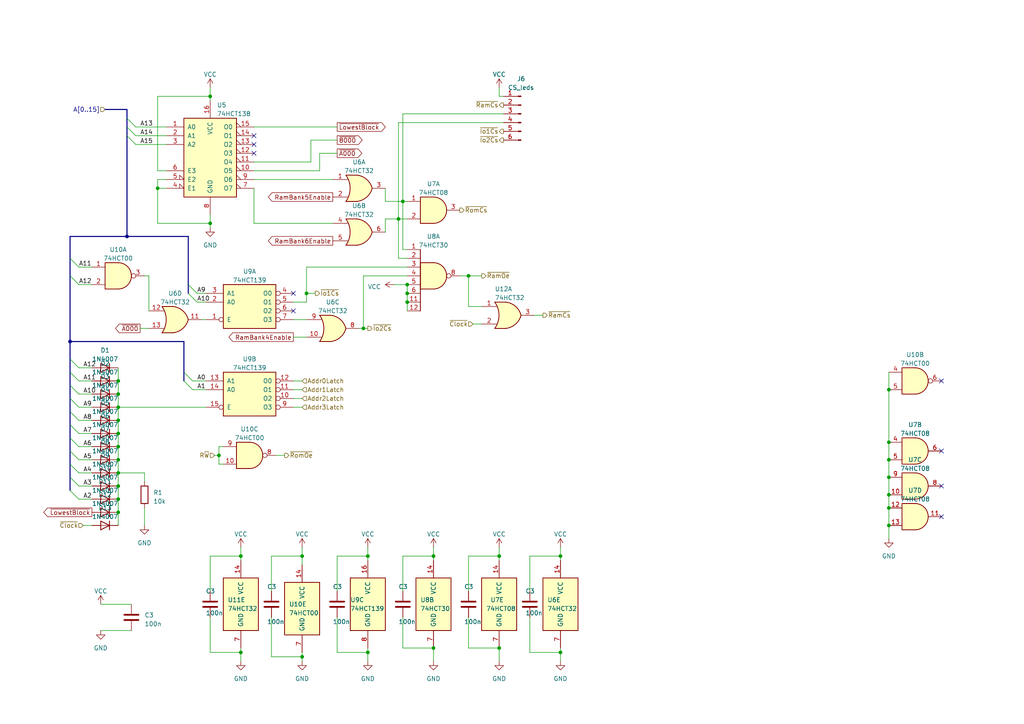
<source format=kicad_sch>
(kicad_sch (version 20230121) (generator eeschema)
  (paper "A4")
  (lib_symbols
    (symbol "74xx:74LS00" (pin_names (offset 1.016))
      (property "Reference" "U" (at 0 1.27 0))
      (property "Value" "74LS00" (at 0 -1.27 0))
      (symbol "74LS00_1_1"
        (pin input line (at -7.62 2.54 0) (length 3.81) (name "~") (number "1"))
        (pin input line (at -7.62 -2.54 0) (length 3.81) (name "~") (number "2"))
        (pin output inverted (at 7.62 0 180) (length 3.81) (name "~") (number "3"))
      )
      (symbol "74LS00_1_2"
        (pin input inverted (at -7.62 2.54 0) (length 4.318) (name "~") (number "1"))
        (pin input inverted (at -7.62 -2.54 0) (length 4.318) (name "~") (number "2"))
        (pin output line (at 7.62 0 180) (length 3.81) (name "~") (number "3"))
      )
      (symbol "74LS00_2_1"
        (pin input line (at -7.62 2.54 0) (length 3.81) (name "~") (number "4"))
        (pin input line (at -7.62 -2.54 0) (length 3.81) (name "~") (number "5"))
        (pin output inverted (at 7.62 0 180) (length 3.81) (name "~") (number "6"))
      )
      (symbol "74LS00_2_2"
        (pin input inverted (at -7.62 2.54 0) (length 4.318) (name "~") (number "4"))
        (pin input inverted (at -7.62 -2.54 0) (length 4.318) (name "~") (number "5"))
        (pin output line (at 7.62 0 180) (length 3.81) (name "~") (number "6"))
      )
      (symbol "74LS00_3_1"
        (pin input line (at -7.62 -2.54 0) (length 3.81) (name "~") (number "10"))
        (pin output inverted (at 7.62 0 180) (length 3.81) (name "~") (number "8"))
        (pin input line (at -7.62 2.54 0) (length 3.81) (name "~") (number "9"))
      )
      (symbol "74LS00_3_2"
        (pin input inverted (at -7.62 -2.54 0) (length 4.318) (name "~") (number "10"))
        (pin output line (at 7.62 0 180) (length 3.81) (name "~") (number "8"))
        (pin input inverted (at -7.62 2.54 0) (length 4.318) (name "~") (number "9"))
      )
      (symbol "74LS00_4_1"
        (pin output inverted (at 7.62 0 180) (length 3.81) (name "~") (number "11"))
        (pin input line (at -7.62 2.54 0) (length 3.81) (name "~") (number "12"))
        (pin input line (at -7.62 -2.54 0) (length 3.81) (name "~") (number "13"))
      )
      (symbol "74LS00_4_2"
        (pin output line (at 7.62 0 180) (length 3.81) (name "~") (number "11"))
        (pin input inverted (at -7.62 2.54 0) (length 4.318) (name "~") (number "12"))
        (pin input inverted (at -7.62 -2.54 0) (length 4.318) (name "~") (number "13"))
      )
      (symbol "74LS00_5_0"
        (pin power_in line (at 0 12.7 270) (length 5.08) (name "VCC") (number "14"))
        (pin power_in line (at 0 -12.7 90) (length 5.08) (name "GND") (number "7"))
      )
    )
    (symbol "74xx:74LS08" (pin_names (offset 1.016))
      (property "Reference" "U" (at 0 1.27 0))
      (property "Value" "74LS08" (at 0 -1.27 0))
      (symbol "74LS08_1_1"
        (pin input line (at -7.62 2.54 0) (length 3.81) (name "~") (number "1"))
        (pin input line (at -7.62 -2.54 0) (length 3.81) (name "~") (number "2"))
        (pin output line (at 7.62 0 180) (length 3.81) (name "~") (number "3"))
      )
      (symbol "74LS08_1_2"
        (pin input inverted (at -7.62 2.54 0) (length 4.318) (name "~") (number "1"))
        (pin input inverted (at -7.62 -2.54 0) (length 4.318) (name "~") (number "2"))
        (pin output inverted (at 7.62 0 180) (length 3.81) (name "~") (number "3"))
      )
      (symbol "74LS08_2_1"
        (pin input line (at -7.62 2.54 0) (length 3.81) (name "~") (number "4"))
        (pin input line (at -7.62 -2.54 0) (length 3.81) (name "~") (number "5"))
        (pin output line (at 7.62 0 180) (length 3.81) (name "~") (number "6"))
      )
      (symbol "74LS08_2_2"
        (pin input inverted (at -7.62 2.54 0) (length 4.318) (name "~") (number "4"))
        (pin input inverted (at -7.62 -2.54 0) (length 4.318) (name "~") (number "5"))
        (pin output inverted (at 7.62 0 180) (length 3.81) (name "~") (number "6"))
      )
      (symbol "74LS08_3_1"
        (pin input line (at -7.62 -2.54 0) (length 3.81) (name "~") (number "10"))
        (pin output line (at 7.62 0 180) (length 3.81) (name "~") (number "8"))
        (pin input line (at -7.62 2.54 0) (length 3.81) (name "~") (number "9"))
      )
      (symbol "74LS08_3_2"
        (pin input inverted (at -7.62 -2.54 0) (length 4.318) (name "~") (number "10"))
        (pin output inverted (at 7.62 0 180) (length 3.81) (name "~") (number "8"))
        (pin input inverted (at -7.62 2.54 0) (length 4.318) (name "~") (number "9"))
      )
      (symbol "74LS08_4_1"
        (pin output line (at 7.62 0 180) (length 3.81) (name "~") (number "11"))
        (pin input line (at -7.62 2.54 0) (length 3.81) (name "~") (number "12"))
        (pin input line (at -7.62 -2.54 0) (length 3.81) (name "~") (number "13"))
      )
      (symbol "74LS08_4_2"
        (pin output inverted (at 7.62 0 180) (length 3.81) (name "~") (number "11"))
        (pin input inverted (at -7.62 2.54 0) (length 4.318) (name "~") (number "12"))
        (pin input inverted (at -7.62 -2.54 0) (length 4.318) (name "~") (number "13"))
      )
      (symbol "74LS08_5_0"
        (pin power_in line (at 0 12.7 270) (length 5.08) (name "VCC") (number "14"))
        (pin power_in line (at 0 -12.7 90) (length 5.08) (name "GND") (number "7"))
      )
    )
    (symbol "74xx:74LS138" (pin_names (offset 1.016))
      (property "Reference" "U" (at -7.62 11.43 0))
      (property "Value" "74LS138" (at -7.62 -13.97 0))
      (symbol "74LS138_1_0"
        (pin input line (at -12.7 7.62 0) (length 5.08) (name "A0") (number "1"))
        (pin output output_low (at 12.7 -5.08 180) (length 5.08) (name "O5") (number "10"))
        (pin output output_low (at 12.7 -2.54 180) (length 5.08) (name "O4") (number "11"))
        (pin output output_low (at 12.7 0 180) (length 5.08) (name "O3") (number "12"))
        (pin output output_low (at 12.7 2.54 180) (length 5.08) (name "O2") (number "13"))
        (pin output output_low (at 12.7 5.08 180) (length 5.08) (name "O1") (number "14"))
        (pin output output_low (at 12.7 7.62 180) (length 5.08) (name "O0") (number "15"))
        (pin power_in line (at 0 15.24 270) (length 5.08) (name "VCC") (number "16"))
        (pin input line (at -12.7 5.08 0) (length 5.08) (name "A1") (number "2"))
        (pin input line (at -12.7 2.54 0) (length 5.08) (name "A2") (number "3"))
        (pin input input_low (at -12.7 -10.16 0) (length 5.08) (name "E1") (number "4"))
        (pin input input_low (at -12.7 -7.62 0) (length 5.08) (name "E2") (number "5"))
        (pin input line (at -12.7 -5.08 0) (length 5.08) (name "E3") (number "6"))
        (pin output output_low (at 12.7 -10.16 180) (length 5.08) (name "O7") (number "7"))
        (pin power_in line (at 0 -17.78 90) (length 5.08) (name "GND") (number "8"))
        (pin output output_low (at 12.7 -7.62 180) (length 5.08) (name "O6") (number "9"))
      )
    )
    (symbol "74xx:74LS139" (pin_names (offset 1.016))
      (property "Reference" "U" (at -7.62 8.89 0))
      (property "Value" "74LS139" (at -7.62 -8.89 0))
      (symbol "74LS139_1_0"
        (pin input inverted (at -12.7 -5.08 0) (length 5.08) (name "E") (number "1"))
        (pin input line (at -12.7 0 0) (length 5.08) (name "A0") (number "2"))
        (pin input line (at -12.7 2.54 0) (length 5.08) (name "A1") (number "3"))
        (pin output inverted (at 12.7 2.54 180) (length 5.08) (name "O0") (number "4"))
        (pin output inverted (at 12.7 0 180) (length 5.08) (name "O1") (number "5"))
        (pin output inverted (at 12.7 -2.54 180) (length 5.08) (name "O2") (number "6"))
        (pin output inverted (at 12.7 -5.08 180) (length 5.08) (name "O3") (number "7"))
      )
      (symbol "74LS139_2_0"
        (pin output inverted (at 12.7 -2.54 180) (length 5.08) (name "O2") (number "10"))
        (pin output inverted (at 12.7 0 180) (length 5.08) (name "O1") (number "11"))
        (pin output inverted (at 12.7 2.54 180) (length 5.08) (name "O0") (number "12"))
        (pin input line (at -12.7 2.54 0) (length 5.08) (name "A1") (number "13"))
        (pin input line (at -12.7 0 0) (length 5.08) (name "A0") (number "14"))
        (pin input inverted (at -12.7 -5.08 0) (length 5.08) (name "E") (number "15"))
        (pin output inverted (at 12.7 -5.08 180) (length 5.08) (name "O3") (number "9"))
      )
      (symbol "74LS139_3_0"
        (pin power_in line (at 0 12.7 270) (length 5.08) (name "VCC") (number "16"))
        (pin power_in line (at 0 -12.7 90) (length 5.08) (name "GND") (number "8"))
      )
    )
    (symbol "74xx:74LS30" (pin_names (offset 1.016))
      (property "Reference" "U" (at 0 1.27 0))
      (property "Value" "74LS30" (at 0 -1.27 0))
      (symbol "74LS30_1_1"
        (pin input line (at -7.62 7.62 0) (length 3.81) (name "~") (number "1"))
        (pin input line (at -7.62 -7.62 0) (length 3.81) (name "~") (number "11"))
        (pin input line (at -7.62 -10.16 0) (length 3.81) (name "~") (number "12"))
        (pin input line (at -7.62 5.08 0) (length 3.81) (name "~") (number "2"))
        (pin input line (at -7.62 2.54 0) (length 3.81) (name "~") (number "3"))
        (pin input line (at -7.62 0 0) (length 3.81) (name "~") (number "4"))
        (pin input line (at -7.62 -2.54 0) (length 3.81) (name "~") (number "5"))
        (pin input line (at -7.62 -5.08 0) (length 3.81) (name "~") (number "6"))
        (pin output inverted (at 7.62 0 180) (length 3.81) (name "~") (number "8"))
      )
      (symbol "74LS30_1_2"
        (pin input inverted (at -7.62 7.62 0) (length 3.81) (name "~") (number "1"))
        (pin input inverted (at -7.62 -7.62 0) (length 3.81) (name "~") (number "11"))
        (pin input inverted (at -7.62 -10.16 0) (length 3.81) (name "~") (number "12"))
        (pin input inverted (at -7.62 5.08 0) (length 3.81) (name "~") (number "2"))
        (pin input inverted (at -7.62 2.54 0) (length 4.5466) (name "~") (number "3"))
        (pin input inverted (at -7.62 0 0) (length 5.08) (name "~") (number "4"))
        (pin input inverted (at -7.62 -2.54 0) (length 4.5466) (name "~") (number "5"))
        (pin input inverted (at -7.62 -5.08 0) (length 3.81) (name "~") (number "6"))
        (pin output line (at 7.62 0 180) (length 3.81) (name "~") (number "8"))
      )
      (symbol "74LS30_2_0"
        (pin power_in line (at 0 12.7 270) (length 5.08) (name "VCC") (number "14"))
        (pin power_in line (at 0 -12.7 90) (length 5.08) (name "GND") (number "7"))
      )
    )
    (symbol "74xx:74LS32" (pin_names (offset 1.016))
      (property "Reference" "U" (at 0 1.27 0))
      (property "Value" "74LS32" (at 0 -1.27 0))
      (symbol "74LS32_1_1"
        (pin input line (at -7.62 2.54 0) (length 4.318) (name "~") (number "1"))
        (pin input line (at -7.62 -2.54 0) (length 4.318) (name "~") (number "2"))
        (pin output line (at 7.62 0 180) (length 3.81) (name "~") (number "3"))
      )
      (symbol "74LS32_1_2"
        (pin input inverted (at -7.62 2.54 0) (length 3.81) (name "~") (number "1"))
        (pin input inverted (at -7.62 -2.54 0) (length 3.81) (name "~") (number "2"))
        (pin output inverted (at 7.62 0 180) (length 3.81) (name "~") (number "3"))
      )
      (symbol "74LS32_2_1"
        (pin input line (at -7.62 2.54 0) (length 4.318) (name "~") (number "4"))
        (pin input line (at -7.62 -2.54 0) (length 4.318) (name "~") (number "5"))
        (pin output line (at 7.62 0 180) (length 3.81) (name "~") (number "6"))
      )
      (symbol "74LS32_2_2"
        (pin input inverted (at -7.62 2.54 0) (length 3.81) (name "~") (number "4"))
        (pin input inverted (at -7.62 -2.54 0) (length 3.81) (name "~") (number "5"))
        (pin output inverted (at 7.62 0 180) (length 3.81) (name "~") (number "6"))
      )
      (symbol "74LS32_3_1"
        (pin input line (at -7.62 -2.54 0) (length 4.318) (name "~") (number "10"))
        (pin output line (at 7.62 0 180) (length 3.81) (name "~") (number "8"))
        (pin input line (at -7.62 2.54 0) (length 4.318) (name "~") (number "9"))
      )
      (symbol "74LS32_3_2"
        (pin input inverted (at -7.62 -2.54 0) (length 3.81) (name "~") (number "10"))
        (pin output inverted (at 7.62 0 180) (length 3.81) (name "~") (number "8"))
        (pin input inverted (at -7.62 2.54 0) (length 3.81) (name "~") (number "9"))
      )
      (symbol "74LS32_4_1"
        (pin output line (at 7.62 0 180) (length 3.81) (name "~") (number "11"))
        (pin input line (at -7.62 2.54 0) (length 4.318) (name "~") (number "12"))
        (pin input line (at -7.62 -2.54 0) (length 4.318) (name "~") (number "13"))
      )
      (symbol "74LS32_4_2"
        (pin output inverted (at 7.62 0 180) (length 3.81) (name "~") (number "11"))
        (pin input inverted (at -7.62 2.54 0) (length 3.81) (name "~") (number "12"))
        (pin input inverted (at -7.62 -2.54 0) (length 3.81) (name "~") (number "13"))
      )
      (symbol "74LS32_5_0"
        (pin power_in line (at 0 12.7 270) (length 5.08) (name "VCC") (number "14"))
        (pin power_in line (at 0 -12.7 90) (length 5.08) (name "GND") (number "7"))
      )
    )
    (symbol "Connector:Conn_01x06_Pin" (pin_names (offset 1.016) hide)
      (property "Reference" "J" (at 0 7.62 0))
      (property "Value" "Conn_01x06_Pin" (at 0 -10.16 0))
      (symbol "Conn_01x06_Pin_1_1"
        (pin passive line (at 5.08 5.08 180) (length 3.81) (name "Pin_1") (number "1"))
        (pin passive line (at 5.08 2.54 180) (length 3.81) (name "Pin_2") (number "2"))
        (pin passive line (at 5.08 0 180) (length 3.81) (name "Pin_3") (number "3"))
        (pin passive line (at 5.08 -2.54 180) (length 3.81) (name "Pin_4") (number "4"))
        (pin passive line (at 5.08 -5.08 180) (length 3.81) (name "Pin_5") (number "5"))
        (pin passive line (at 5.08 -7.62 180) (length 3.81) (name "Pin_6") (number "6"))
      )
    )
    (symbol "Device:C" (pin_numbers hide) (pin_names (offset 0.254))
      (property "Reference" "C" (at 0.635 2.54 0))
      (property "Value" "C" (at 0.635 -2.54 0))
      (symbol "C_1_1"
        (pin passive line (at 0 3.81 270) (length 2.794) (name "~") (number "1"))
        (pin passive line (at 0 -3.81 90) (length 2.794) (name "~") (number "2"))
      )
    )
    (symbol "Device:D" (pin_numbers hide) (pin_names (offset 1.016) hide)
      (property "Reference" "D" (at 0 2.54 0))
      (property "Value" "D" (at 0 -2.54 0))
      (symbol "D_1_1"
        (pin passive line (at -3.81 0 0) (length 2.54) (name "K") (number "1"))
        (pin passive line (at 3.81 0 180) (length 2.54) (name "A") (number "2"))
      )
    )
    (symbol "Device:R" (pin_numbers hide) (pin_names (offset 0))
      (property "Reference" "R" (at 2.032 0 90))
      (property "Value" "R" (at 0 0 90))
      (symbol "R_1_1"
        (pin passive line (at 0 3.81 270) (length 1.27) (name "~") (number "1"))
        (pin passive line (at 0 -3.81 90) (length 1.27) (name "~") (number "2"))
      )
    )
    (symbol "power:GND" (power) (pin_names (offset 0))
      (property "Value" "GND" (at 0 -3.81 0))
      (symbol "GND_1_1"
        (pin power_in line (at 0 0 270) (length 0) hide (name "GND") (number "1"))
      )
    )
    (symbol "power:VCC" (power) (pin_names (offset 0))
      (property "Value" "VCC" (at 0 3.81 0))
      (symbol "VCC_1_1"
        (pin power_in line (at 0 0 90) (length 0) hide (name "VCC") (number "1"))
      )
    )
  )
  (junction (at 125.73 161.29))
  (junction (at 257.81 147.32))
  (junction (at 144.78 161.29))
  (junction (at 144.78 187.96))
  (junction (at 34.29 121.92))
  (junction (at 88.9 85.09))
  (junction (at 34.29 125.73))
  (junction (at 125.73 187.96))
  (junction (at 34.29 118.11))
  (junction (at 118.11 87.63))
  (junction (at 34.29 148.59))
  (junction (at 34.29 144.78))
  (junction (at 87.63 161.29))
  (junction (at 106.68 161.29))
  (junction (at 87.63 190.5))
  (junction (at 257.81 113.03))
  (junction (at 257.81 138.43))
  (junction (at 257.81 143.51))
  (junction (at 116.84 58.42))
  (junction (at 34.29 137.16))
  (junction (at 34.29 129.54))
  (junction (at 106.68 189.23))
  (junction (at 162.56 189.23))
  (junction (at 257.81 128.27))
  (junction (at 34.29 110.49))
  (junction (at 105.41 95.25))
  (junction (at 34.29 114.3))
  (junction (at 257.81 133.35))
  (junction (at 36.83 68.58))
  (junction (at 135.89 80.01))
  (junction (at 257.81 152.4))
  (junction (at 45.72 54.61))
  (junction (at 69.85 161.29))
  (junction (at 69.85 189.23))
  (junction (at 60.96 27.94))
  (junction (at 118.11 85.09))
  (junction (at 34.29 140.97))
  (junction (at 162.56 161.29))
  (junction (at 60.96 64.77))
  (junction (at 20.32 99.06))
  (junction (at 118.11 82.55))
  (junction (at 63.5 132.08))
  (junction (at 115.57 63.5))
  (junction (at 34.29 133.35))
  (no_connect (at 85.09 85.09))
  (no_connect (at 73.66 41.91))
  (no_connect (at 73.66 44.45))
  (no_connect (at 85.09 90.17))
  (no_connect (at 273.05 130.81))
  (no_connect (at 273.05 110.49))
  (no_connect (at 73.66 39.37))
  (no_connect (at 273.05 140.97))
  (no_connect (at 273.05 149.86))
  (bus_entry (at 36.83 34.29) (size 2.54 2.54))
  (bus_entry (at 54.61 85.09) (size 2.54 2.54))
  (bus_entry (at 20.32 119.38) (size 2.54 2.54))
  (bus_entry (at 36.83 39.37) (size 2.54 2.54))
  (bus_entry (at 20.32 111.76) (size 2.54 2.54))
  (bus_entry (at 20.32 74.93) (size 2.54 2.54))
  (bus_entry (at 36.83 36.83) (size 2.54 2.54))
  (bus_entry (at 54.61 82.55) (size 2.54 2.54))
  (bus_entry (at 20.32 138.43) (size 2.54 2.54))
  (bus_entry (at 20.32 130.81) (size 2.54 2.54))
  (bus_entry (at 20.32 107.95) (size 2.54 2.54))
  (bus_entry (at 20.32 104.14) (size 2.54 2.54))
  (bus_entry (at 20.32 80.01) (size 2.54 2.54))
  (bus_entry (at 20.32 134.62) (size 2.54 2.54))
  (bus_entry (at 53.34 110.49) (size 2.54 2.54))
  (bus_entry (at 20.32 123.19) (size 2.54 2.54))
  (bus_entry (at 20.32 127) (size 2.54 2.54))
  (bus_entry (at 20.32 142.24) (size 2.54 2.54))
  (bus_entry (at 20.32 115.57) (size 2.54 2.54))
  (bus_entry (at 53.34 107.95) (size 2.54 2.54))
  (wire (pts (xy 118.11 87.63) (xy 118.11 90.17)))
  (wire (pts (xy 69.85 191.77) (xy 69.85 189.23)))
  (bus (pts (xy 53.34 99.06) (xy 53.34 107.95)))
  (wire (pts (xy 125.73 158.75) (xy 125.73 161.29)))
  (wire (pts (xy 106.68 158.75) (xy 106.68 161.29)))
  (wire (pts (xy 257.81 113.03) (xy 257.81 128.27)))
  (wire (pts (xy 257.81 138.43) (xy 257.81 143.51)))
  (wire (pts (xy 106.68 189.23) (xy 106.68 191.77)))
  (wire (pts (xy 45.72 27.94) (xy 60.96 27.94)))
  (wire (pts (xy 39.37 36.83) (xy 48.26 36.83)))
  (wire (pts (xy 57.15 85.09) (xy 59.69 85.09)))
  (wire (pts (xy 82.55 132.08) (xy 80.01 132.08)))
  (wire (pts (xy 105.41 95.25) (xy 104.14 95.25)))
  (wire (pts (xy 137.16 93.98) (xy 139.7 93.98)))
  (bus (pts (xy 36.83 36.83) (xy 36.83 39.37)))
  (bus (pts (xy 20.32 134.62) (xy 20.32 138.43)))
  (wire (pts (xy 34.29 137.16) (xy 41.91 137.16)))
  (wire (pts (xy 22.86 140.97) (xy 26.67 140.97)))
  (wire (pts (xy 125.73 161.29) (xy 125.73 162.56)))
  (bus (pts (xy 30.48 31.75) (xy 36.83 31.75)))
  (wire (pts (xy 22.86 144.78) (xy 26.67 144.78)))
  (wire (pts (xy 87.63 190.5) (xy 87.63 191.77)))
  (wire (pts (xy 60.96 64.77) (xy 60.96 62.23)))
  (bus (pts (xy 53.34 107.95) (xy 53.34 110.49)))
  (bus (pts (xy 20.32 127) (xy 20.32 130.81)))
  (wire (pts (xy 22.86 82.55) (xy 26.67 82.55)))
  (wire (pts (xy 22.86 125.73) (xy 26.67 125.73)))
  (wire (pts (xy 87.63 115.57) (xy 85.09 115.57)))
  (wire (pts (xy 135.89 161.29) (xy 144.78 161.29)))
  (wire (pts (xy 135.89 80.01) (xy 133.35 80.01)))
  (wire (pts (xy 257.81 133.35) (xy 257.81 138.43)))
  (wire (pts (xy 73.66 52.07) (xy 96.52 52.07)))
  (wire (pts (xy 97.79 36.83) (xy 73.66 36.83)))
  (wire (pts (xy 34.29 133.35) (xy 34.29 137.16)))
  (bus (pts (xy 20.32 115.57) (xy 20.32 119.38)))
  (wire (pts (xy 39.37 41.91) (xy 48.26 41.91)))
  (wire (pts (xy 29.21 182.88) (xy 38.1 182.88)))
  (wire (pts (xy 87.63 189.23) (xy 87.63 190.5)))
  (wire (pts (xy 60.96 25.4) (xy 60.96 27.94)))
  (wire (pts (xy 34.29 106.68) (xy 34.29 110.49)))
  (wire (pts (xy 63.5 134.62) (xy 64.77 134.62)))
  (wire (pts (xy 162.56 191.77) (xy 162.56 189.23)))
  (wire (pts (xy 88.9 85.09) (xy 91.44 85.09)))
  (wire (pts (xy 22.86 106.68) (xy 26.67 106.68)))
  (wire (pts (xy 78.74 161.29) (xy 78.74 171.45)))
  (wire (pts (xy 22.86 77.47) (xy 26.67 77.47)))
  (wire (pts (xy 57.15 87.63) (xy 59.69 87.63)))
  (wire (pts (xy 144.78 161.29) (xy 144.78 162.56)))
  (bus (pts (xy 20.32 68.58) (xy 20.32 74.93)))
  (wire (pts (xy 43.18 80.01) (xy 41.91 80.01)))
  (wire (pts (xy 90.17 40.64) (xy 90.17 46.99)))
  (wire (pts (xy 45.72 49.53) (xy 45.72 27.94)))
  (wire (pts (xy 34.29 140.97) (xy 34.29 144.78)))
  (wire (pts (xy 60.96 171.45) (xy 60.96 161.29)))
  (wire (pts (xy 111.76 54.61) (xy 111.76 58.42)))
  (wire (pts (xy 22.86 129.54) (xy 26.67 129.54)))
  (wire (pts (xy 257.81 143.51) (xy 257.81 147.32)))
  (bus (pts (xy 36.83 31.75) (xy 36.83 34.29)))
  (wire (pts (xy 257.81 152.4) (xy 257.81 156.21)))
  (wire (pts (xy 116.84 33.02) (xy 146.05 33.02)))
  (wire (pts (xy 34.29 110.49) (xy 34.29 114.3)))
  (bus (pts (xy 20.32 99.06) (xy 20.32 104.14)))
  (wire (pts (xy 29.21 175.26) (xy 38.1 175.26)))
  (wire (pts (xy 135.89 187.96) (xy 144.78 187.96)))
  (wire (pts (xy 116.84 58.42) (xy 116.84 72.39)))
  (wire (pts (xy 162.56 161.29) (xy 162.56 162.56)))
  (wire (pts (xy 60.96 189.23) (xy 69.85 189.23)))
  (bus (pts (xy 20.32 119.38) (xy 20.32 123.19)))
  (wire (pts (xy 88.9 92.71) (xy 85.09 92.71)))
  (wire (pts (xy 92.71 44.45) (xy 97.79 44.45)))
  (bus (pts (xy 36.83 68.58) (xy 20.32 68.58)))
  (wire (pts (xy 34.29 118.11) (xy 59.69 118.11)))
  (wire (pts (xy 63.5 132.08) (xy 63.5 134.62)))
  (wire (pts (xy 162.56 158.75) (xy 162.56 161.29)))
  (wire (pts (xy 144.78 27.94) (xy 146.05 27.94)))
  (wire (pts (xy 87.63 113.03) (xy 85.09 113.03)))
  (wire (pts (xy 45.72 54.61) (xy 45.72 64.77)))
  (wire (pts (xy 92.71 49.53) (xy 92.71 44.45)))
  (wire (pts (xy 78.74 190.5) (xy 87.63 190.5)))
  (wire (pts (xy 87.63 118.11) (xy 85.09 118.11)))
  (wire (pts (xy 135.89 179.07) (xy 135.89 187.96)))
  (wire (pts (xy 162.56 189.23) (xy 162.56 187.96)))
  (bus (pts (xy 54.61 82.55) (xy 54.61 85.09)))
  (wire (pts (xy 34.29 137.16) (xy 34.29 140.97)))
  (bus (pts (xy 36.83 39.37) (xy 36.83 68.58)))
  (bus (pts (xy 20.32 99.06) (xy 53.34 99.06)))
  (wire (pts (xy 45.72 52.07) (xy 45.72 54.61)))
  (wire (pts (xy 118.11 72.39) (xy 116.84 72.39)))
  (bus (pts (xy 20.32 130.81) (xy 20.32 134.62)))
  (wire (pts (xy 105.41 80.01) (xy 105.41 95.25)))
  (wire (pts (xy 88.9 97.79) (xy 85.09 97.79)))
  (bus (pts (xy 36.83 68.58) (xy 54.61 68.58)))
  (wire (pts (xy 144.78 187.96) (xy 144.78 191.77)))
  (wire (pts (xy 97.79 189.23) (xy 106.68 189.23)))
  (bus (pts (xy 36.83 34.29) (xy 36.83 36.83)))
  (wire (pts (xy 115.57 63.5) (xy 111.76 63.5)))
  (wire (pts (xy 116.84 161.29) (xy 125.73 161.29)))
  (wire (pts (xy 106.68 161.29) (xy 106.68 162.56)))
  (bus (pts (xy 20.32 123.19) (xy 20.32 127)))
  (wire (pts (xy 111.76 63.5) (xy 111.76 67.31)))
  (wire (pts (xy 22.86 118.11) (xy 26.67 118.11)))
  (wire (pts (xy 115.57 63.5) (xy 115.57 35.56)))
  (wire (pts (xy 106.68 187.96) (xy 106.68 189.23)))
  (wire (pts (xy 88.9 77.47) (xy 88.9 85.09)))
  (wire (pts (xy 22.86 114.3) (xy 26.67 114.3)))
  (wire (pts (xy 116.84 187.96) (xy 125.73 187.96)))
  (wire (pts (xy 63.5 129.54) (xy 64.77 129.54)))
  (wire (pts (xy 257.81 107.95) (xy 257.81 113.03)))
  (wire (pts (xy 257.81 128.27) (xy 257.81 133.35)))
  (wire (pts (xy 34.29 129.54) (xy 34.29 133.35)))
  (wire (pts (xy 45.72 54.61) (xy 48.26 54.61)))
  (wire (pts (xy 22.86 110.49) (xy 26.67 110.49)))
  (wire (pts (xy 34.29 114.3) (xy 34.29 118.11)))
  (wire (pts (xy 153.67 179.07) (xy 153.67 189.23)))
  (bus (pts (xy 20.32 138.43) (xy 20.32 142.24)))
  (wire (pts (xy 115.57 35.56) (xy 146.05 35.56)))
  (bus (pts (xy 20.32 80.01) (xy 20.32 99.06)))
  (wire (pts (xy 45.72 64.77) (xy 60.96 64.77)))
  (wire (pts (xy 40.64 95.25) (xy 43.18 95.25)))
  (wire (pts (xy 88.9 85.09) (xy 88.9 87.63)))
  (wire (pts (xy 34.29 121.92) (xy 34.29 125.73)))
  (wire (pts (xy 97.79 161.29) (xy 106.68 161.29)))
  (wire (pts (xy 88.9 87.63) (xy 85.09 87.63)))
  (wire (pts (xy 22.86 121.92) (xy 26.67 121.92)))
  (wire (pts (xy 144.78 25.4) (xy 144.78 27.94)))
  (wire (pts (xy 106.68 95.25) (xy 105.41 95.25)))
  (wire (pts (xy 153.67 161.29) (xy 162.56 161.29)))
  (wire (pts (xy 116.84 58.42) (xy 118.11 58.42)))
  (bus (pts (xy 20.32 74.93) (xy 20.32 80.01)))
  (wire (pts (xy 22.86 133.35) (xy 26.67 133.35)))
  (wire (pts (xy 41.91 152.4) (xy 41.91 147.32)))
  (wire (pts (xy 34.29 144.78) (xy 34.29 148.59)))
  (wire (pts (xy 60.96 66.04) (xy 60.96 64.77)))
  (wire (pts (xy 87.63 158.75) (xy 87.63 161.29)))
  (bus (pts (xy 20.32 111.76) (xy 20.32 115.57)))
  (wire (pts (xy 257.81 147.32) (xy 257.81 152.4)))
  (wire (pts (xy 116.84 179.07) (xy 116.84 187.96)))
  (wire (pts (xy 118.11 85.09) (xy 118.11 87.63)))
  (wire (pts (xy 73.66 64.77) (xy 96.52 64.77)))
  (wire (pts (xy 69.85 158.75) (xy 69.85 161.29)))
  (wire (pts (xy 114.3 82.55) (xy 118.11 82.55)))
  (wire (pts (xy 135.89 80.01) (xy 135.89 88.9)))
  (wire (pts (xy 135.89 171.45) (xy 135.89 161.29)))
  (wire (pts (xy 88.9 77.47) (xy 118.11 77.47)))
  (wire (pts (xy 125.73 187.96) (xy 125.73 191.77)))
  (wire (pts (xy 153.67 171.45) (xy 153.67 161.29)))
  (wire (pts (xy 60.96 27.94) (xy 60.96 29.21)))
  (wire (pts (xy 60.96 161.29) (xy 69.85 161.29)))
  (wire (pts (xy 97.79 171.45) (xy 97.79 161.29)))
  (wire (pts (xy 73.66 49.53) (xy 92.71 49.53)))
  (wire (pts (xy 135.89 88.9) (xy 139.7 88.9)))
  (wire (pts (xy 48.26 52.07) (xy 45.72 52.07)))
  (wire (pts (xy 144.78 158.75) (xy 144.78 161.29)))
  (wire (pts (xy 97.79 179.07) (xy 97.79 189.23)))
  (wire (pts (xy 157.48 91.44) (xy 154.94 91.44)))
  (wire (pts (xy 48.26 49.53) (xy 45.72 49.53)))
  (wire (pts (xy 58.42 92.71) (xy 59.69 92.71)))
  (wire (pts (xy 69.85 161.29) (xy 69.85 162.56)))
  (wire (pts (xy 87.63 161.29) (xy 87.63 163.83)))
  (wire (pts (xy 34.29 125.73) (xy 34.29 129.54)))
  (wire (pts (xy 39.37 39.37) (xy 48.26 39.37)))
  (wire (pts (xy 63.5 132.08) (xy 63.5 129.54)))
  (wire (pts (xy 97.79 40.64) (xy 90.17 40.64)))
  (wire (pts (xy 55.88 113.03) (xy 59.69 113.03)))
  (wire (pts (xy 90.17 46.99) (xy 73.66 46.99)))
  (wire (pts (xy 43.18 90.17) (xy 43.18 80.01)))
  (wire (pts (xy 118.11 82.55) (xy 118.11 85.09)))
  (wire (pts (xy 55.88 110.49) (xy 59.69 110.49)))
  (wire (pts (xy 62.23 132.08) (xy 63.5 132.08)))
  (wire (pts (xy 87.63 110.49) (xy 85.09 110.49)))
  (wire (pts (xy 105.41 80.01) (xy 118.11 80.01)))
  (bus (pts (xy 20.32 107.95) (xy 20.32 111.76)))
  (wire (pts (xy 115.57 74.93) (xy 115.57 63.5)))
  (wire (pts (xy 60.96 179.07) (xy 60.96 189.23)))
  (wire (pts (xy 116.84 171.45) (xy 116.84 161.29)))
  (wire (pts (xy 118.11 63.5) (xy 115.57 63.5)))
  (wire (pts (xy 153.67 189.23) (xy 162.56 189.23)))
  (wire (pts (xy 41.91 139.7) (xy 41.91 137.16)))
  (wire (pts (xy 73.66 54.61) (xy 73.66 64.77)))
  (wire (pts (xy 34.29 118.11) (xy 34.29 121.92)))
  (bus (pts (xy 54.61 68.58) (xy 54.61 82.55)))
  (wire (pts (xy 139.7 80.01) (xy 135.89 80.01)))
  (wire (pts (xy 78.74 179.07) (xy 78.74 190.5)))
  (wire (pts (xy 118.11 74.93) (xy 115.57 74.93)))
  (wire (pts (xy 69.85 189.23) (xy 69.85 187.96)))
  (wire (pts (xy 24.13 152.4) (xy 26.67 152.4)))
  (wire (pts (xy 22.86 137.16) (xy 26.67 137.16)))
  (wire (pts (xy 116.84 58.42) (xy 116.84 33.02)))
  (wire (pts (xy 34.29 148.59) (xy 34.29 152.4)))
  (wire (pts (xy 111.76 58.42) (xy 116.84 58.42)))
  (bus (pts (xy 20.32 104.14) (xy 20.32 107.95)))
  (wire (pts (xy 87.63 161.29) (xy 78.74 161.29)))
  (label "A11" (at 24.13 110.49 0))
  (label "A12" (at 22.86 82.55 0))
  (label "A2" (at 24.13 144.78 0))
  (label "A3" (at 24.13 140.97 0))
  (label "A8" (at 24.13 121.92 0))
  (label "A0" (at 57.15 110.49 0))
  (label "A11" (at 22.86 77.47 0))
  (label "A7" (at 24.13 125.73 0))
  (label "A5" (at 24.13 133.35 0))
  (label "A12" (at 24.13 106.68 0))
  (label "A10" (at 57.15 87.63 0))
  (label "A9" (at 57.15 85.09 0))
  (label "A6" (at 24.13 129.54 0))
  (label "A13" (at 40.64 36.83 0))
  (label "A9" (at 24.13 118.11 0))
  (label "A4" (at 24.13 137.16 0))
  (label "A15" (at 40.64 41.91 0))
  (label "A14" (at 40.64 39.37 0))
  (label "A1" (at 57.15 113.03 0))
  (label "A10" (at 24.13 114.3 0))
  (global_label "~{LowestBlock}" (shape output) (at 26.67 148.59 180) (property "Intersheetrefs" "${INTERSHEET_REFS}" (effects hide)))
  (global_label "~{A000}" (shape output) (at 97.79 44.45 0) (property "Intersheetrefs" "${INTERSHEET_REFS}" (effects hide)))
  (global_label "~{A000}" (shape output) (at 40.64 95.25 180) (property "Intersheetrefs" "${INTERSHEET_REFS}" (effects hide)))
  (global_label "RamBank6Enable" (shape output) (at 96.52 69.85 180) (property "Intersheetrefs" "${INTERSHEET_REFS}" (effects hide)))
  (global_label "~{LowestBlock}" (shape output) (at 97.79 36.83 0) (property "Intersheetrefs" "${INTERSHEET_REFS}" (effects hide)))
  (global_label "RamBank4Enable" (shape output) (at 85.09 97.79 180) (property "Intersheetrefs" "${INTERSHEET_REFS}" (effects hide)))
  (global_label "~{8000}" (shape output) (at 97.79 40.64 0) (property "Intersheetrefs" "${INTERSHEET_REFS}" (effects hide)))
  (global_label "RamBank5Enable" (shape output) (at 96.52 57.15 180) (property "Intersheetrefs" "${INTERSHEET_REFS}" (effects hide)))
  (hierarchical_label "~{RamCs}" (shape output) (at 146.05 30.48 180))
  (hierarchical_label "R~{W}" (shape input) (at 62.23 132.08 180))
  (hierarchical_label "~{RomCs}" (shape output) (at 133.35 60.96 0))
  (hierarchical_label "Addr1Latch" (shape input) (at 87.63 113.03 0))
  (hierarchical_label "~{Io2Cs}" (shape output) (at 106.68 95.25 0))
  (hierarchical_label "Addr0Latch" (shape input) (at 87.63 110.49 0))
  (hierarchical_label "~{RamCs}" (shape output) (at 157.48 91.44 0))
  (hierarchical_label "Addr2Latch" (shape input) (at 87.63 115.57 0))
  (hierarchical_label "~{Clock}" (shape input) (at 24.13 152.4 180))
  (hierarchical_label "Addr3Latch" (shape input) (at 87.63 118.11 0))
  (hierarchical_label "~{RamOe}" (shape output) (at 139.7 80.01 0))
  (hierarchical_label "A[0..15]" (shape input) (at 30.48 31.75 180))
  (hierarchical_label "~{RomOe}" (shape output) (at 82.55 132.08 0))
  (hierarchical_label "~{Io1Cs}" (shape output) (at 91.44 85.09 0))
  (hierarchical_label "~{Io1Cs}" (shape output) (at 146.05 38.1 180))
  (hierarchical_label "~{Clock}" (shape input) (at 137.16 93.98 180))
  (hierarchical_label "~{Io2Cs}" (shape output) (at 146.05 40.64 180))
  (symbol (lib_id "power:VCC") (at 144.78 158.75 0) (unit 1)
    (property "Reference" "#PWR09" (effects hide))
    (property "Value" "VCC" (at 144.78 154.94 0))
    (instances (project "main-board" (path "" (reference "#PWR09") (unit 1)) (path "" (reference "#PWR019") (unit 1))))
  )
  (symbol (lib_id "74xx:74LS08") (at 125.73 60.96 0) (unit 1)
    (property "Reference" "U7" (at 125.7217 53.34 0))
    (property "Value" "74HCT08" (at 125.7217 55.88 0))
    (property "Footprint" "Package_DIP:DIP-14_W7.62mm" (effects hide))
    (property "Datasheet" "http://www.ti.com/lit/gpn/sn74LS08" (effects hide))
  )
  (symbol (lib_id "74xx:74LS138") (at 60.96 44.45 0) (unit 1)
    (property "Reference" "U5" (at 62.9159 30.48 0) (effects (justify left)))
    (property "Value" "74HCT138" (at 62.9159 33.02 0) (effects (justify left)))
    (property "Footprint" "Package_DIP:DIP-16_W7.62mm" (effects hide))
    (property "Datasheet" "http://www.ti.com/lit/gpn/sn74LS138" (effects hide))
  )
  (symbol (lib_id "power:VCC") (at 29.21 175.26 0) (unit 1)
    (property "Reference" "#PWR09" (effects hide))
    (property "Value" "VCC" (at 29.21 171.45 0))
    (instances (project "main-board" (path "" (reference "#PWR09") (unit 1)) (path "" (reference "#PWR015") (unit 1))))
  )
  (symbol (lib_id "74xx:74LS08") (at 265.43 130.81 0) (unit 2)
    (property "Reference" "U7" (at 265.4217 123.19 0))
    (property "Value" "74HCT08" (at 265.4217 125.73 0))
    (property "Footprint" "Package_DIP:DIP-14_W7.62mm" (effects hide))
    (property "Datasheet" "http://www.ti.com/lit/gpn/sn74LS08" (effects hide))
  )
  (symbol (lib_id "74xx:74LS32") (at 147.32 91.44 0) (unit 1)
    (property "Reference" "U12" (at 143.51 83.82 0) (effects (justify left)))
    (property "Value" "74HCT32" (at 143.51 86.36 0) (effects (justify left)))
    (property "Footprint" "Package_DIP:DIP-14_W7.62mm" (effects hide))
    (property "Datasheet" "http://www.ti.com/lit/gpn/sn74LS32" (effects hide))
  )
  (symbol (lib_id "power:GND") (at 29.21 182.88 0) (unit 1)
    (property "Reference" "#PWR010" (effects hide))
    (property "Value" "GND" (at 29.21 187.96 0))
    (instances (project "main-board" (path "" (reference "#PWR010") (unit 1)) (path "" (reference "#PWR016") (unit 1))))
  )
  (symbol (lib_id "Device:D") (at 30.48 148.59 180) (unit 1)
    (property "Reference" "D12" (at 30.48 143.51 0))
    (property "Value" "1N4007" (at 30.48 146.05 0))
    (property "Footprint" "Diode_THT:D_DO-41_SOD81_P7.62mm_Horizontal" (effects hide))
    (property "Sim.Device" "D" (effects hide))
    (property "Sim.Pins" "1=K 2=A" (effects hide))
  )
  (symbol (lib_id "Device:C") (at 116.84 175.26 0) (unit 1)
    (property "Reference" "C3" (at 115.57 170.18 0) (effects (justify left)))
    (property "Value" "100n" (at 115.57 180.34 0) (effects (justify left)))
    (property "Footprint" "Capacitor_THT:C_Disc_D6.0mm_W2.5mm_P5.00mm" (effects hide))
    (instances (project "main-board" (path "" (reference "C3") (unit 1)) (path "" (reference "C6") (unit 1)) (path "" (reference "C12") (unit 1))))
  )
  (symbol (lib_id "Device:D") (at 30.48 106.68 180) (unit 1)
    (property "Reference" "D1" (at 30.48 101.6 0))
    (property "Value" "1N4007" (at 30.48 104.14 0))
    (property "Footprint" "Diode_THT:D_DO-41_SOD81_P7.62mm_Horizontal" (effects hide))
    (property "Sim.Device" "D" (effects hide))
    (property "Sim.Pins" "1=K 2=A" (effects hide))
  )
  (symbol (lib_id "Device:C") (at 38.1 179.07 0) (unit 1)
    (property "Reference" "C3" (at 41.91 178.435 0) (effects (justify left)))
    (property "Value" "100n" (at 41.91 180.975 0) (effects (justify left)))
    (property "Footprint" "Capacitor_THT:C_Disc_D6.0mm_W2.5mm_P5.00mm" (effects hide))
    (instances (project "main-board" (path "" (reference "C3") (unit 1)) (path "" (reference "C4") (unit 1)) (path "" (reference "C7") (unit 1))))
  )
  (symbol (lib_id "power:GND") (at 125.73 191.77 0) (unit 1)
    (property "Reference" "#PWR010" (effects hide))
    (property "Value" "GND" (at 125.73 196.85 0))
    (instances (project "main-board" (path "" (reference "#PWR010") (unit 1)) (path "" (reference "#PWR022") (unit 1))))
  )
  (symbol (lib_id "Device:D") (at 30.48 152.4 180) (unit 1)
    (property "Reference" "D13" (at 30.48 147.32 0))
    (property "Value" "1N4007" (at 30.48 149.86 0))
    (property "Footprint" "Diode_THT:D_DO-41_SOD81_P7.62mm_Horizontal" (effects hide))
    (property "Sim.Device" "D" (effects hide))
    (property "Sim.Pins" "1=K 2=A" (effects hide))
  )
  (symbol (lib_id "74xx:74LS32") (at 69.85 175.26 0) (unit 5)
    (property "Reference" "U11" (at 66.04 173.99 0) (effects (justify left)))
    (property "Value" "74HCT32" (at 66.04 176.53 0) (effects (justify left)))
    (property "Footprint" "Package_DIP:DIP-14_W7.62mm" (effects hide))
    (property "Datasheet" "http://www.ti.com/lit/gpn/sn74LS32" (effects hide))
  )
  (symbol (lib_id "power:VCC") (at 125.73 158.75 0) (unit 1)
    (property "Reference" "#PWR09" (effects hide))
    (property "Value" "VCC" (at 125.73 154.94 0))
    (instances (project "main-board" (path "" (reference "#PWR09") (unit 1)) (path "" (reference "#PWR021") (unit 1))))
  )
  (symbol (lib_id "power:VCC") (at 114.3 82.55 90) (unit 1)
    (property "Reference" "#PWR09" (effects hide))
    (property "Value" "VCC" (at 110.49 83.185 90) (effects (justify left)))
    (instances (project "main-board" (path "" (reference "#PWR09") (unit 1)) (path "" (reference "#PWR025") (unit 1))))
  )
  (symbol (lib_id "74xx:74LS08") (at 265.43 140.97 0) (unit 3)
    (property "Reference" "U7" (at 265.4217 133.35 0))
    (property "Value" "74HCT08" (at 265.4217 135.89 0))
    (property "Footprint" "Package_DIP:DIP-14_W7.62mm" (effects hide))
    (property "Datasheet" "http://www.ti.com/lit/gpn/sn74LS08" (effects hide))
  )
  (symbol (lib_id "Device:D") (at 30.48 125.73 180) (unit 1)
    (property "Reference" "D6" (at 30.48 120.65 0))
    (property "Value" "1N4007" (at 30.48 123.19 0))
    (property "Footprint" "Diode_THT:D_DO-41_SOD81_P7.62mm_Horizontal" (effects hide))
    (property "Sim.Device" "D" (effects hide))
    (property "Sim.Pins" "1=K 2=A" (effects hide))
  )
  (symbol (lib_id "power:VCC") (at 106.68 158.75 0) (unit 1)
    (property "Reference" "#PWR09" (effects hide))
    (property "Value" "VCC" (at 106.68 154.94 0))
    (instances (project "main-board" (path "" (reference "#PWR09") (unit 1)) (path "" (reference "#PWR023") (unit 1))))
  )
  (symbol (lib_id "power:GND") (at 60.96 66.04 0) (unit 1)
    (property "Reference" "#PWR012" (effects hide))
    (property "Value" "GND" (at 60.96 71.12 0))
    (instances (project "main-board" (path "" (reference "#PWR012") (unit 1)) (path "" (reference "#PWR014") (unit 1))))
  )
  (symbol (lib_id "Connector:Conn_01x06_Pin") (at 151.13 33.02 0) (mirror y) (unit 1)
    (property "Reference" "J6" (at 151.13 22.86 0))
    (property "Value" "CS_leds" (at 151.13 25.4 0))
    (property "Footprint" "Connector_PinHeader_2.54mm:PinHeader_1x06_P2.54mm_Vertical" (effects hide))
  )
  (symbol (lib_id "power:GND") (at 162.56 191.77 0) (unit 1)
    (property "Reference" "#PWR010" (effects hide))
    (property "Value" "GND" (at 162.56 196.85 0))
    (instances (project "main-board" (path "" (reference "#PWR010") (unit 1)) (path "" (reference "#PWR018") (unit 1))))
  )
  (symbol (lib_id "74xx:74LS00") (at 72.39 132.08 0) (unit 3)
    (property "Reference" "U10" (at 72.3817 124.46 0))
    (property "Value" "74HCT00" (at 72.3817 127 0))
    (property "Footprint" "Package_DIP:DIP-14_W7.62mm" (effects hide))
    (property "Datasheet" "http://www.ti.com/lit/gpn/sn74ls00" (effects hide))
  )
  (symbol (lib_id "power:GND") (at 257.81 156.21 0) (unit 1)
    (property "Reference" "#PWR010" (effects hide))
    (property "Value" "GND" (at 257.81 161.29 0))
    (instances (project "main-board" (path "" (reference "#PWR010") (unit 1)) (path "" (reference "#PWR049") (unit 1))))
  )
  (symbol (lib_id "74xx:74LS139") (at 106.68 175.26 0) (unit 3)
    (property "Reference" "U9" (at 101.6 173.99 0) (effects (justify left)))
    (property "Value" "74HCT139" (at 101.6 176.53 0) (effects (justify left)))
    (property "Footprint" "Package_DIP:DIP-16_W7.62mm" (effects hide))
    (property "Datasheet" "http://www.ti.com/lit/ds/symlink/sn74ls139a.pdf" (effects hide))
  )
  (symbol (lib_id "Device:D") (at 30.48 144.78 180) (unit 1)
    (property "Reference" "D11" (at 30.48 139.7 0))
    (property "Value" "1N4007" (at 30.48 142.24 0))
    (property "Footprint" "Diode_THT:D_DO-41_SOD81_P7.62mm_Horizontal" (effects hide))
    (property "Sim.Device" "D" (effects hide))
    (property "Sim.Pins" "1=K 2=A" (effects hide))
  )
  (symbol (lib_id "power:VCC") (at 87.63 158.75 0) (unit 1)
    (property "Reference" "#PWR09" (effects hide))
    (property "Value" "VCC" (at 87.63 154.94 0))
    (instances (project "main-board" (path "" (reference "#PWR09") (unit 1)) (path "" (reference "#PWR026") (unit 1))))
  )
  (symbol (lib_id "Device:R") (at 41.91 143.51 0) (unit 1)
    (property "Reference" "R1" (at 44.45 142.875 0) (effects (justify left)))
    (property "Value" "10k" (at 44.45 145.415 0) (effects (justify left)))
    (property "Footprint" "Resistor_THT:R_Axial_DIN0207_L6.3mm_D2.5mm_P7.62mm_Horizontal" (effects hide))
    (instances (project "main-board" (path "" (reference "R1") (unit 1)) (path "" (reference "R3") (unit 1)) (path "" (reference "R4") (unit 1))))
  )
  (symbol (lib_id "74xx:74LS00") (at 34.29 80.01 0) (unit 1)
    (property "Reference" "U10" (at 34.2817 72.39 0))
    (property "Value" "74HCT00" (at 34.2817 74.93 0))
    (property "Footprint" "Package_DIP:DIP-14_W7.62mm" (effects hide))
    (property "Datasheet" "http://www.ti.com/lit/gpn/sn74ls00" (effects hide))
  )
  (symbol (lib_id "74xx:74LS32") (at 50.8 92.71 0) (unit 4)
    (property "Reference" "U6" (at 50.8 85.09 0))
    (property "Value" "74HCT32" (at 50.8 87.63 0))
    (property "Footprint" "Package_DIP:DIP-14_W7.62mm" (effects hide))
    (property "Datasheet" "http://www.ti.com/lit/gpn/sn74LS32" (effects hide))
  )
  (symbol (lib_id "74xx:74LS139") (at 72.39 87.63 0) (unit 1)
    (property "Reference" "U9" (at 72.39 78.74 0))
    (property "Value" "74HCT139" (at 72.39 81.28 0))
    (property "Footprint" "Package_DIP:DIP-16_W7.62mm" (effects hide))
    (property "Datasheet" "http://www.ti.com/lit/ds/symlink/sn74ls139a.pdf" (effects hide))
  )
  (symbol (lib_id "74xx:74LS00") (at 265.43 110.49 0) (unit 2)
    (property "Reference" "U10" (at 265.4217 102.87 0))
    (property "Value" "74HCT00" (at 265.4217 105.41 0))
    (property "Footprint" "Package_DIP:DIP-14_W7.62mm" (effects hide))
    (property "Datasheet" "http://www.ti.com/lit/gpn/sn74ls00" (effects hide))
  )
  (symbol (lib_id "power:GND") (at 69.85 191.77 0) (unit 1)
    (property "Reference" "#PWR010" (effects hide))
    (property "Value" "GND" (at 69.85 196.85 0))
    (instances (project "main-board" (path "" (reference "#PWR010") (unit 1)) (path "" (reference "#PWR031") (unit 1))))
  )
  (symbol (lib_id "74xx:74LS30") (at 125.73 175.26 0) (unit 2)
    (property "Reference" "U8" (at 121.92 173.99 0) (effects (justify left)))
    (property "Value" "74HCT30" (at 121.92 176.53 0) (effects (justify left)))
    (property "Footprint" "Package_DIP:DIP-14_W7.62mm" (effects hide))
    (property "Datasheet" "http://www.ti.com/lit/gpn/sn74LS30" (effects hide))
  )
  (symbol (lib_id "74xx:74LS32") (at 104.14 67.31 0) (unit 2)
    (property "Reference" "U6" (at 104.14 59.69 0))
    (property "Value" "74HCT32" (at 104.14 62.23 0))
    (property "Footprint" "Package_DIP:DIP-14_W7.62mm" (effects hide))
    (property "Datasheet" "http://www.ti.com/lit/gpn/sn74LS32" (effects hide))
  )
  (symbol (lib_id "Device:D") (at 30.48 110.49 180) (unit 1)
    (property "Reference" "D2" (at 30.48 105.41 0))
    (property "Value" "1N4007" (at 30.48 107.95 0))
    (property "Footprint" "Diode_THT:D_DO-41_SOD81_P7.62mm_Horizontal" (effects hide))
    (property "Sim.Device" "D" (effects hide))
    (property "Sim.Pins" "1=K 2=A" (effects hide))
  )
  (symbol (lib_id "Device:D") (at 30.48 129.54 180) (unit 1)
    (property "Reference" "D7" (at 30.48 124.46 0))
    (property "Value" "1N4007" (at 30.48 127 0))
    (property "Footprint" "Diode_THT:D_DO-41_SOD81_P7.62mm_Horizontal" (effects hide))
    (property "Sim.Device" "D" (effects hide))
    (property "Sim.Pins" "1=K 2=A" (effects hide))
  )
  (symbol (lib_id "Device:C") (at 97.79 175.26 0) (unit 1)
    (property "Reference" "C3" (at 96.52 170.18 0) (effects (justify left)))
    (property "Value" "100n" (at 96.52 180.34 0) (effects (justify left)))
    (property "Footprint" "Capacitor_THT:C_Disc_D6.0mm_W2.5mm_P5.00mm" (effects hide))
    (instances (project "main-board" (path "" (reference "C3") (unit 1)) (path "" (reference "C6") (unit 1)) (path "" (reference "C13") (unit 1))))
  )
  (symbol (lib_id "74xx:74LS08") (at 265.43 149.86 0) (unit 4)
    (property "Reference" "U7" (at 265.4217 142.24 0))
    (property "Value" "74HCT08" (at 265.4217 144.78 0))
    (property "Footprint" "Package_DIP:DIP-14_W7.62mm" (effects hide))
    (property "Datasheet" "http://www.ti.com/lit/gpn/sn74LS08" (effects hide))
  )
  (symbol (lib_id "74xx:74LS08") (at 144.78 175.26 0) (unit 5)
    (property "Reference" "U7" (at 142.24 173.99 0) (effects (justify left)))
    (property "Value" "74HCT08" (at 140.97 176.53 0) (effects (justify left)))
    (property "Footprint" "Package_DIP:DIP-14_W7.62mm" (effects hide))
    (property "Datasheet" "http://www.ti.com/lit/gpn/sn74LS08" (effects hide))
  )
  (symbol (lib_id "74xx:74LS139") (at 72.39 113.03 0) (unit 2)
    (property "Reference" "U9" (at 72.39 104.14 0))
    (property "Value" "74HCT139" (at 72.39 106.68 0))
    (property "Footprint" "Package_DIP:DIP-16_W7.62mm" (effects hide))
    (property "Datasheet" "http://www.ti.com/lit/ds/symlink/sn74ls139a.pdf" (effects hide))
  )
  (symbol (lib_id "Device:D") (at 30.48 121.92 180) (unit 1)
    (property "Reference" "D5" (at 30.48 116.84 0))
    (property "Value" "1N4007" (at 30.48 119.38 0))
    (property "Footprint" "Diode_THT:D_DO-41_SOD81_P7.62mm_Horizontal" (effects hide))
    (property "Sim.Device" "D" (effects hide))
    (property "Sim.Pins" "1=K 2=A" (effects hide))
  )
  (symbol (lib_id "power:VCC") (at 144.78 25.4 0) (unit 1)
    (property "Reference" "#PWR011" (effects hide))
    (property "Value" "VCC" (at 144.78 21.59 0))
    (instances (project "main-board" (path "" (reference "#PWR011") (unit 1)) (path "" (reference "#PWR053") (unit 1))))
  )
  (symbol (lib_id "power:GND") (at 144.78 191.77 0) (unit 1)
    (property "Reference" "#PWR010" (effects hide))
    (property "Value" "GND" (at 144.78 196.85 0))
    (instances (project "main-board" (path "" (reference "#PWR010") (unit 1)) (path "" (reference "#PWR020") (unit 1))))
  )
  (symbol (lib_id "Device:C") (at 135.89 175.26 0) (unit 1)
    (property "Reference" "C3" (at 134.62 170.18 0) (effects (justify left)))
    (property "Value" "100n" (at 134.62 180.34 0) (effects (justify left)))
    (property "Footprint" "Capacitor_THT:C_Disc_D6.0mm_W2.5mm_P5.00mm" (effects hide))
    (instances (project "main-board" (path "" (reference "C3") (unit 1)) (path "" (reference "C6") (unit 1)) (path "" (reference "C11") (unit 1))))
  )
  (symbol (lib_id "Device:C") (at 78.74 175.26 0) (unit 1)
    (property "Reference" "C3" (at 77.47 170.18 0) (effects (justify left)))
    (property "Value" "100n" (at 77.47 180.34 0) (effects (justify left)))
    (property "Footprint" "Capacitor_THT:C_Disc_D6.0mm_W2.5mm_P5.00mm" (effects hide))
    (instances (project "main-board" (path "" (reference "C3") (unit 1)) (path "" (reference "C6") (unit 1)) (path "" (reference "C14") (unit 1))))
  )
  (symbol (lib_id "Device:D") (at 30.48 114.3 180) (unit 1)
    (property "Reference" "D3" (at 30.48 109.22 0))
    (property "Value" "1N4007" (at 30.48 111.76 0))
    (property "Footprint" "Diode_THT:D_DO-41_SOD81_P7.62mm_Horizontal" (effects hide))
    (property "Sim.Device" "D" (effects hide))
    (property "Sim.Pins" "1=K 2=A" (effects hide))
  )
  (symbol (lib_id "74xx:74LS00") (at 87.63 176.53 0) (unit 5)
    (property "Reference" "U10" (at 83.82 175.26 0) (effects (justify left)))
    (property "Value" "74HCT00" (at 83.82 177.8 0) (effects (justify left)))
    (property "Footprint" "Package_DIP:DIP-14_W7.62mm" (effects hide))
    (property "Datasheet" "http://www.ti.com/lit/gpn/sn74ls00" (effects hide))
  )
  (symbol (lib_id "power:VCC") (at 69.85 158.75 0) (unit 1)
    (property "Reference" "#PWR09" (effects hide))
    (property "Value" "VCC" (at 69.85 154.94 0))
    (instances (project "main-board" (path "" (reference "#PWR09") (unit 1)) (path "" (reference "#PWR030") (unit 1))))
  )
  (symbol (lib_id "power:VCC") (at 60.96 25.4 0) (unit 1)
    (property "Reference" "#PWR011" (effects hide))
    (property "Value" "VCC" (at 60.96 21.59 0))
    (instances (project "main-board" (path "" (reference "#PWR011") (unit 1)) (path "" (reference "#PWR013") (unit 1))))
  )
  (symbol (lib_id "Device:D") (at 30.48 137.16 180) (unit 1)
    (property "Reference" "D9" (at 30.48 132.08 0))
    (property "Value" "1N4007" (at 30.48 134.62 0))
    (property "Footprint" "Diode_THT:D_DO-41_SOD81_P7.62mm_Horizontal" (effects hide))
    (property "Sim.Device" "D" (effects hide))
    (property "Sim.Pins" "1=K 2=A" (effects hide))
  )
  (symbol (lib_id "Device:D") (at 30.48 140.97 180) (unit 1)
    (property "Reference" "D10" (at 30.48 135.89 0))
    (property "Value" "1N4007" (at 30.48 138.43 0))
    (property "Footprint" "Diode_THT:D_DO-41_SOD81_P7.62mm_Horizontal" (effects hide))
    (property "Sim.Device" "D" (effects hide))
    (property "Sim.Pins" "1=K 2=A" (effects hide))
  )
  (symbol (lib_id "power:GND") (at 106.68 191.77 0) (unit 1)
    (property "Reference" "#PWR010" (effects hide))
    (property "Value" "GND" (at 106.68 196.85 0))
    (instances (project "main-board" (path "" (reference "#PWR010") (unit 1)) (path "" (reference "#PWR024") (unit 1))))
  )
  (symbol (lib_id "74xx:74LS32") (at 162.56 175.26 0) (unit 5)
    (property "Reference" "U6" (at 158.75 173.99 0) (effects (justify left)))
    (property "Value" "74HCT32" (at 158.75 176.53 0) (effects (justify left)))
    (property "Footprint" "Package_DIP:DIP-14_W7.62mm" (effects hide))
    (property "Datasheet" "http://www.ti.com/lit/gpn/sn74LS32" (effects hide))
  )
  (symbol (lib_id "Device:D") (at 30.48 133.35 180) (unit 1)
    (property "Reference" "D8" (at 30.48 128.27 0))
    (property "Value" "1N4007" (at 30.48 130.81 0))
    (property "Footprint" "Diode_THT:D_DO-41_SOD81_P7.62mm_Horizontal" (effects hide))
    (property "Sim.Device" "D" (effects hide))
    (property "Sim.Pins" "1=K 2=A" (effects hide))
  )
  (symbol (lib_id "power:GND") (at 41.91 152.4 0) (unit 1)
    (property "Reference" "#PWR010" (effects hide))
    (property "Value" "GND" (at 41.91 157.48 0))
    (instances (project "main-board" (path "" (reference "#PWR010") (unit 1)) (path "" (reference "#PWR028") (unit 1))))
  )
  (symbol (lib_id "Device:C") (at 153.67 175.26 0) (unit 1)
    (property "Reference" "C3" (at 152.4 171.45 0) (effects (justify left)))
    (property "Value" "100n" (at 152.4 177.8 0) (effects (justify left)))
    (property "Footprint" "Capacitor_THT:C_Disc_D6.0mm_W2.5mm_P5.00mm" (effects hide))
    (instances (project "main-board" (path "" (reference "C3") (unit 1)) (path "" (reference "C6") (unit 1)) (path "" (reference "C10") (unit 1))))
  )
  (symbol (lib_id "Device:C") (at 60.96 175.26 0) (unit 1)
    (property "Reference" "C3" (at 59.69 171.45 0) (effects (justify left)))
    (property "Value" "100n" (at 59.69 177.8 0) (effects (justify left)))
    (property "Footprint" "Capacitor_THT:C_Disc_D6.0mm_W2.5mm_P5.00mm" (effects hide))
    (instances (project "main-board" (path "" (reference "C3") (unit 1)) (path "" (reference "C6") (unit 1)) (path "" (reference "C15") (unit 1))))
  )
  (symbol (lib_id "74xx:74LS30") (at 125.73 80.01 0) (unit 1)
    (property "Reference" "U8" (at 125.7217 68.58 0))
    (property "Value" "74HCT30" (at 125.7217 71.12 0))
    (property "Footprint" "Package_DIP:DIP-14_W7.62mm" (effects hide))
    (property "Datasheet" "http://www.ti.com/lit/gpn/sn74LS30" (effects hide))
  )
  (symbol (lib_id "74xx:74LS32") (at 96.52 95.25 0) (unit 3)
    (property "Reference" "U6" (at 96.52 87.63 0))
    (property "Value" "74HCT32" (at 96.52 90.17 0))
    (property "Footprint" "Package_DIP:DIP-14_W7.62mm" (effects hide))
    (property "Datasheet" "http://www.ti.com/lit/gpn/sn74LS32" (effects hide))
  )
  (symbol (lib_id "Device:D") (at 30.48 118.11 180) (unit 1)
    (property "Reference" "D4" (at 30.48 113.03 0))
    (property "Value" "1N4007" (at 30.48 115.57 0))
    (property "Footprint" "Diode_THT:D_DO-41_SOD81_P7.62mm_Horizontal" (effects hide))
    (property "Sim.Device" "D" (effects hide))
    (property "Sim.Pins" "1=K 2=A" (effects hide))
  )
  (symbol (lib_id "74xx:74LS32") (at 104.14 54.61 0) (unit 1)
    (property "Reference" "U6" (at 104.14 46.99 0))
    (property "Value" "74HCT32" (at 104.14 49.53 0))
    (property "Footprint" "Package_DIP:DIP-14_W7.62mm" (effects hide))
    (property "Datasheet" "http://www.ti.com/lit/gpn/sn74LS32" (effects hide))
  )
  (symbol (lib_id "power:VCC") (at 162.56 158.75 0) (unit 1)
    (property "Reference" "#PWR09" (effects hide))
    (property "Value" "VCC" (at 162.56 154.94 0))
    (instances (project "main-board" (path "" (reference "#PWR09") (unit 1)) (path "" (reference "#PWR017") (unit 1))))
  )
  (symbol (lib_id "power:GND") (at 87.63 191.77 0) (unit 1)
    (property "Reference" "#PWR010" (effects hide))
    (property "Value" "GND" (at 87.63 196.85 0))
    (instances (project "main-board" (path "" (reference "#PWR010") (unit 1)) (path "" (reference "#PWR027") (unit 1))))
  )
)
</source>
